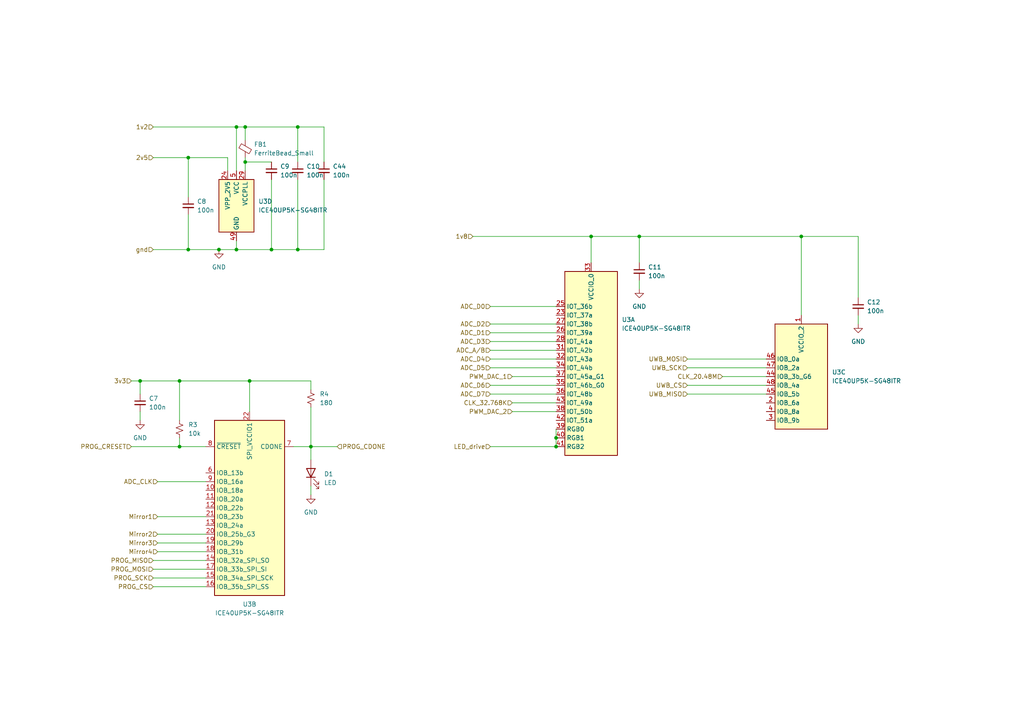
<source format=kicad_sch>
(kicad_sch (version 20211123) (generator eeschema)

  (uuid 3a30c018-16d0-4b49-95f0-a7243fef0299)

  (paper "A4")

  (lib_symbols
    (symbol "Device:C_Small" (pin_numbers hide) (pin_names (offset 0.254) hide) (in_bom yes) (on_board yes)
      (property "Reference" "C" (id 0) (at 0.254 1.778 0)
        (effects (font (size 1.27 1.27)) (justify left))
      )
      (property "Value" "C_Small" (id 1) (at 0.254 -2.032 0)
        (effects (font (size 1.27 1.27)) (justify left))
      )
      (property "Footprint" "" (id 2) (at 0 0 0)
        (effects (font (size 1.27 1.27)) hide)
      )
      (property "Datasheet" "~" (id 3) (at 0 0 0)
        (effects (font (size 1.27 1.27)) hide)
      )
      (property "ki_keywords" "capacitor cap" (id 4) (at 0 0 0)
        (effects (font (size 1.27 1.27)) hide)
      )
      (property "ki_description" "Unpolarized capacitor, small symbol" (id 5) (at 0 0 0)
        (effects (font (size 1.27 1.27)) hide)
      )
      (property "ki_fp_filters" "C_*" (id 6) (at 0 0 0)
        (effects (font (size 1.27 1.27)) hide)
      )
      (symbol "C_Small_0_1"
        (polyline
          (pts
            (xy -1.524 -0.508)
            (xy 1.524 -0.508)
          )
          (stroke (width 0.3302) (type default) (color 0 0 0 0))
          (fill (type none))
        )
        (polyline
          (pts
            (xy -1.524 0.508)
            (xy 1.524 0.508)
          )
          (stroke (width 0.3048) (type default) (color 0 0 0 0))
          (fill (type none))
        )
      )
      (symbol "C_Small_1_1"
        (pin passive line (at 0 2.54 270) (length 2.032)
          (name "~" (effects (font (size 1.27 1.27))))
          (number "1" (effects (font (size 1.27 1.27))))
        )
        (pin passive line (at 0 -2.54 90) (length 2.032)
          (name "~" (effects (font (size 1.27 1.27))))
          (number "2" (effects (font (size 1.27 1.27))))
        )
      )
    )
    (symbol "Device:FerriteBead_Small" (pin_numbers hide) (pin_names (offset 0)) (in_bom yes) (on_board yes)
      (property "Reference" "FB" (id 0) (at 1.905 1.27 0)
        (effects (font (size 1.27 1.27)) (justify left))
      )
      (property "Value" "FerriteBead_Small" (id 1) (at 1.905 -1.27 0)
        (effects (font (size 1.27 1.27)) (justify left))
      )
      (property "Footprint" "" (id 2) (at -1.778 0 90)
        (effects (font (size 1.27 1.27)) hide)
      )
      (property "Datasheet" "~" (id 3) (at 0 0 0)
        (effects (font (size 1.27 1.27)) hide)
      )
      (property "ki_keywords" "L ferrite bead inductor filter" (id 4) (at 0 0 0)
        (effects (font (size 1.27 1.27)) hide)
      )
      (property "ki_description" "Ferrite bead, small symbol" (id 5) (at 0 0 0)
        (effects (font (size 1.27 1.27)) hide)
      )
      (property "ki_fp_filters" "Inductor_* L_* *Ferrite*" (id 6) (at 0 0 0)
        (effects (font (size 1.27 1.27)) hide)
      )
      (symbol "FerriteBead_Small_0_1"
        (polyline
          (pts
            (xy 0 -1.27)
            (xy 0 -0.7874)
          )
          (stroke (width 0) (type default) (color 0 0 0 0))
          (fill (type none))
        )
        (polyline
          (pts
            (xy 0 0.889)
            (xy 0 1.2954)
          )
          (stroke (width 0) (type default) (color 0 0 0 0))
          (fill (type none))
        )
        (polyline
          (pts
            (xy -1.8288 0.2794)
            (xy -1.1176 1.4986)
            (xy 1.8288 -0.2032)
            (xy 1.1176 -1.4224)
            (xy -1.8288 0.2794)
          )
          (stroke (width 0) (type default) (color 0 0 0 0))
          (fill (type none))
        )
      )
      (symbol "FerriteBead_Small_1_1"
        (pin passive line (at 0 2.54 270) (length 1.27)
          (name "~" (effects (font (size 1.27 1.27))))
          (number "1" (effects (font (size 1.27 1.27))))
        )
        (pin passive line (at 0 -2.54 90) (length 1.27)
          (name "~" (effects (font (size 1.27 1.27))))
          (number "2" (effects (font (size 1.27 1.27))))
        )
      )
    )
    (symbol "Device:LED" (pin_numbers hide) (pin_names (offset 1.016) hide) (in_bom yes) (on_board yes)
      (property "Reference" "D" (id 0) (at 0 2.54 0)
        (effects (font (size 1.27 1.27)))
      )
      (property "Value" "LED" (id 1) (at 0 -2.54 0)
        (effects (font (size 1.27 1.27)))
      )
      (property "Footprint" "" (id 2) (at 0 0 0)
        (effects (font (size 1.27 1.27)) hide)
      )
      (property "Datasheet" "~" (id 3) (at 0 0 0)
        (effects (font (size 1.27 1.27)) hide)
      )
      (property "ki_keywords" "LED diode" (id 4) (at 0 0 0)
        (effects (font (size 1.27 1.27)) hide)
      )
      (property "ki_description" "Light emitting diode" (id 5) (at 0 0 0)
        (effects (font (size 1.27 1.27)) hide)
      )
      (property "ki_fp_filters" "LED* LED_SMD:* LED_THT:*" (id 6) (at 0 0 0)
        (effects (font (size 1.27 1.27)) hide)
      )
      (symbol "LED_0_1"
        (polyline
          (pts
            (xy -1.27 -1.27)
            (xy -1.27 1.27)
          )
          (stroke (width 0.254) (type default) (color 0 0 0 0))
          (fill (type none))
        )
        (polyline
          (pts
            (xy -1.27 0)
            (xy 1.27 0)
          )
          (stroke (width 0) (type default) (color 0 0 0 0))
          (fill (type none))
        )
        (polyline
          (pts
            (xy 1.27 -1.27)
            (xy 1.27 1.27)
            (xy -1.27 0)
            (xy 1.27 -1.27)
          )
          (stroke (width 0.254) (type default) (color 0 0 0 0))
          (fill (type none))
        )
        (polyline
          (pts
            (xy -3.048 -0.762)
            (xy -4.572 -2.286)
            (xy -3.81 -2.286)
            (xy -4.572 -2.286)
            (xy -4.572 -1.524)
          )
          (stroke (width 0) (type default) (color 0 0 0 0))
          (fill (type none))
        )
        (polyline
          (pts
            (xy -1.778 -0.762)
            (xy -3.302 -2.286)
            (xy -2.54 -2.286)
            (xy -3.302 -2.286)
            (xy -3.302 -1.524)
          )
          (stroke (width 0) (type default) (color 0 0 0 0))
          (fill (type none))
        )
      )
      (symbol "LED_1_1"
        (pin passive line (at -3.81 0 0) (length 2.54)
          (name "K" (effects (font (size 1.27 1.27))))
          (number "1" (effects (font (size 1.27 1.27))))
        )
        (pin passive line (at 3.81 0 180) (length 2.54)
          (name "A" (effects (font (size 1.27 1.27))))
          (number "2" (effects (font (size 1.27 1.27))))
        )
      )
    )
    (symbol "Device:R_Small_US" (pin_numbers hide) (pin_names (offset 0.254) hide) (in_bom yes) (on_board yes)
      (property "Reference" "R" (id 0) (at 0.762 0.508 0)
        (effects (font (size 1.27 1.27)) (justify left))
      )
      (property "Value" "R_Small_US" (id 1) (at 0.762 -1.016 0)
        (effects (font (size 1.27 1.27)) (justify left))
      )
      (property "Footprint" "" (id 2) (at 0 0 0)
        (effects (font (size 1.27 1.27)) hide)
      )
      (property "Datasheet" "~" (id 3) (at 0 0 0)
        (effects (font (size 1.27 1.27)) hide)
      )
      (property "ki_keywords" "r resistor" (id 4) (at 0 0 0)
        (effects (font (size 1.27 1.27)) hide)
      )
      (property "ki_description" "Resistor, small US symbol" (id 5) (at 0 0 0)
        (effects (font (size 1.27 1.27)) hide)
      )
      (property "ki_fp_filters" "R_*" (id 6) (at 0 0 0)
        (effects (font (size 1.27 1.27)) hide)
      )
      (symbol "R_Small_US_1_1"
        (polyline
          (pts
            (xy 0 0)
            (xy 1.016 -0.381)
            (xy 0 -0.762)
            (xy -1.016 -1.143)
            (xy 0 -1.524)
          )
          (stroke (width 0) (type default) (color 0 0 0 0))
          (fill (type none))
        )
        (polyline
          (pts
            (xy 0 1.524)
            (xy 1.016 1.143)
            (xy 0 0.762)
            (xy -1.016 0.381)
            (xy 0 0)
          )
          (stroke (width 0) (type default) (color 0 0 0 0))
          (fill (type none))
        )
        (pin passive line (at 0 2.54 270) (length 1.016)
          (name "~" (effects (font (size 1.27 1.27))))
          (number "1" (effects (font (size 1.27 1.27))))
        )
        (pin passive line (at 0 -2.54 90) (length 1.016)
          (name "~" (effects (font (size 1.27 1.27))))
          (number "2" (effects (font (size 1.27 1.27))))
        )
      )
    )
    (symbol "FPGA_Lattice:ICE40UP5K-SG48ITR" (in_bom yes) (on_board yes)
      (property "Reference" "U" (id 0) (at -8.89 -29.21 0)
        (effects (font (size 1.27 1.27)))
      )
      (property "Value" "ICE40UP5K-SG48ITR" (id 1) (at 0 -31.75 0)
        (effects (font (size 1.27 1.27)))
      )
      (property "Footprint" "Package_DFN_QFN:QFN-48-1EP_7x7mm_P0.5mm_EP5.6x5.6mm" (id 2) (at 0 -34.29 0)
        (effects (font (size 1.27 1.27)) hide)
      )
      (property "Datasheet" "http://www.latticesemi.com/Products/FPGAandCPLD/iCE40Ultra" (id 3) (at -10.16 25.4 0)
        (effects (font (size 1.27 1.27)) hide)
      )
      (property "ki_locked" "" (id 4) (at 0 0 0)
        (effects (font (size 1.27 1.27)))
      )
      (property "ki_keywords" "FPGA programmable logic" (id 5) (at 0 0 0)
        (effects (font (size 1.27 1.27)) hide)
      )
      (property "ki_description" "iCE40 UltraPlus FPGA, 5280 LUTs, 1.2V, 48-pin QFN" (id 6) (at 0 0 0)
        (effects (font (size 1.27 1.27)) hide)
      )
      (property "ki_fp_filters" "QFN*7x7mm*P0.5mm*EP5.6x5.6mm*" (id 7) (at 0 0 0)
        (effects (font (size 1.27 1.27)) hide)
      )
      (symbol "ICE40UP5K-SG48ITR_1_1"
        (rectangle (start -7.62 25.4) (end 7.62 -27.94)
          (stroke (width 0.254) (type default) (color 0 0 0 0))
          (fill (type background))
        )
        (pin bidirectional line (at -10.16 12.7 0) (length 2.54)
          (name "IOT_37a" (effects (font (size 1.27 1.27))))
          (number "23" (effects (font (size 1.27 1.27))))
        )
        (pin bidirectional line (at -10.16 15.24 0) (length 2.54)
          (name "IOT_36b" (effects (font (size 1.27 1.27))))
          (number "25" (effects (font (size 1.27 1.27))))
        )
        (pin bidirectional line (at -10.16 7.62 0) (length 2.54)
          (name "IOT_39a" (effects (font (size 1.27 1.27))))
          (number "26" (effects (font (size 1.27 1.27))))
        )
        (pin bidirectional line (at -10.16 10.16 0) (length 2.54)
          (name "IOT_38b" (effects (font (size 1.27 1.27))))
          (number "27" (effects (font (size 1.27 1.27))))
        )
        (pin bidirectional line (at -10.16 5.08 0) (length 2.54)
          (name "IOT_41a" (effects (font (size 1.27 1.27))))
          (number "28" (effects (font (size 1.27 1.27))))
        )
        (pin bidirectional line (at -10.16 2.54 0) (length 2.54)
          (name "IOT_42b" (effects (font (size 1.27 1.27))))
          (number "31" (effects (font (size 1.27 1.27))))
        )
        (pin bidirectional line (at -10.16 0 0) (length 2.54)
          (name "IOT_43a" (effects (font (size 1.27 1.27))))
          (number "32" (effects (font (size 1.27 1.27))))
        )
        (pin power_in line (at 0 27.94 270) (length 2.54)
          (name "VCCIO_0" (effects (font (size 1.27 1.27))))
          (number "33" (effects (font (size 1.27 1.27))))
        )
        (pin bidirectional line (at -10.16 -2.54 0) (length 2.54)
          (name "IOT_44b" (effects (font (size 1.27 1.27))))
          (number "34" (effects (font (size 1.27 1.27))))
        )
        (pin bidirectional line (at -10.16 -7.62 0) (length 2.54)
          (name "IOT_46b_G0" (effects (font (size 1.27 1.27))))
          (number "35" (effects (font (size 1.27 1.27))))
        )
        (pin bidirectional line (at -10.16 -10.16 0) (length 2.54)
          (name "IOT_48b" (effects (font (size 1.27 1.27))))
          (number "36" (effects (font (size 1.27 1.27))))
        )
        (pin bidirectional line (at -10.16 -5.08 0) (length 2.54)
          (name "IOT_45a_G1" (effects (font (size 1.27 1.27))))
          (number "37" (effects (font (size 1.27 1.27))))
        )
        (pin bidirectional line (at -10.16 -15.24 0) (length 2.54)
          (name "IOT_50b" (effects (font (size 1.27 1.27))))
          (number "38" (effects (font (size 1.27 1.27))))
        )
        (pin open_collector line (at -10.16 -20.32 0) (length 2.54)
          (name "RGB0" (effects (font (size 1.27 1.27))))
          (number "39" (effects (font (size 1.27 1.27))))
        )
        (pin open_collector line (at -10.16 -22.86 0) (length 2.54)
          (name "RGB1" (effects (font (size 1.27 1.27))))
          (number "40" (effects (font (size 1.27 1.27))))
        )
        (pin open_collector line (at -10.16 -25.4 0) (length 2.54)
          (name "RGB2" (effects (font (size 1.27 1.27))))
          (number "41" (effects (font (size 1.27 1.27))))
        )
        (pin bidirectional line (at -10.16 -17.78 0) (length 2.54)
          (name "IOT_51a" (effects (font (size 1.27 1.27))))
          (number "42" (effects (font (size 1.27 1.27))))
        )
        (pin bidirectional line (at -10.16 -12.7 0) (length 2.54)
          (name "IOT_49a" (effects (font (size 1.27 1.27))))
          (number "43" (effects (font (size 1.27 1.27))))
        )
      )
      (symbol "ICE40UP5K-SG48ITR_2_1"
        (rectangle (start -10.16 25.4) (end 10.16 -25.4)
          (stroke (width 0.254) (type default) (color 0 0 0 0))
          (fill (type background))
        )
        (pin bidirectional line (at -12.7 5.08 0) (length 2.54)
          (name "IOB_18a" (effects (font (size 1.27 1.27))))
          (number "10" (effects (font (size 1.27 1.27))))
        )
        (pin bidirectional line (at -12.7 2.54 0) (length 2.54)
          (name "IOB_20a" (effects (font (size 1.27 1.27))))
          (number "11" (effects (font (size 1.27 1.27))))
        )
        (pin bidirectional line (at -12.7 0 0) (length 2.54)
          (name "IOB_22b" (effects (font (size 1.27 1.27))))
          (number "12" (effects (font (size 1.27 1.27))))
        )
        (pin bidirectional line (at -12.7 -5.08 0) (length 2.54)
          (name "IOB_24a" (effects (font (size 1.27 1.27))))
          (number "13" (effects (font (size 1.27 1.27))))
        )
        (pin bidirectional line (at -12.7 -15.24 0) (length 2.54)
          (name "IOB_32a_SPI_SO" (effects (font (size 1.27 1.27))))
          (number "14" (effects (font (size 1.27 1.27))))
        )
        (pin bidirectional line (at -12.7 -20.32 0) (length 2.54)
          (name "IOB_34a_SPI_SCK" (effects (font (size 1.27 1.27))))
          (number "15" (effects (font (size 1.27 1.27))))
        )
        (pin bidirectional line (at -12.7 -22.86 0) (length 2.54)
          (name "IOB_35b_SPI_SS" (effects (font (size 1.27 1.27))))
          (number "16" (effects (font (size 1.27 1.27))))
        )
        (pin bidirectional line (at -12.7 -17.78 0) (length 2.54)
          (name "IOB_33b_SPI_SI" (effects (font (size 1.27 1.27))))
          (number "17" (effects (font (size 1.27 1.27))))
        )
        (pin bidirectional line (at -12.7 -12.7 0) (length 2.54)
          (name "IOB_31b" (effects (font (size 1.27 1.27))))
          (number "18" (effects (font (size 1.27 1.27))))
        )
        (pin bidirectional line (at -12.7 -10.16 0) (length 2.54)
          (name "IOB_29b" (effects (font (size 1.27 1.27))))
          (number "19" (effects (font (size 1.27 1.27))))
        )
        (pin bidirectional line (at -12.7 -7.62 0) (length 2.54)
          (name "IOB_25b_G3" (effects (font (size 1.27 1.27))))
          (number "20" (effects (font (size 1.27 1.27))))
        )
        (pin bidirectional line (at -12.7 -2.54 0) (length 2.54)
          (name "IOB_23b" (effects (font (size 1.27 1.27))))
          (number "21" (effects (font (size 1.27 1.27))))
        )
        (pin power_in line (at 0 27.94 270) (length 2.54)
          (name "SPI_VCCIO1" (effects (font (size 1.27 1.27))))
          (number "22" (effects (font (size 1.27 1.27))))
        )
        (pin bidirectional line (at -12.7 10.16 0) (length 2.54)
          (name "IOB_13b" (effects (font (size 1.27 1.27))))
          (number "6" (effects (font (size 1.27 1.27))))
        )
        (pin open_collector line (at 12.7 17.78 180) (length 2.54)
          (name "CDONE" (effects (font (size 1.27 1.27))))
          (number "7" (effects (font (size 1.27 1.27))))
        )
        (pin input line (at -12.7 17.78 0) (length 2.54)
          (name "~{CRESET}" (effects (font (size 1.27 1.27))))
          (number "8" (effects (font (size 1.27 1.27))))
        )
        (pin bidirectional line (at -12.7 7.62 0) (length 2.54)
          (name "IOB_16a" (effects (font (size 1.27 1.27))))
          (number "9" (effects (font (size 1.27 1.27))))
        )
      )
      (symbol "ICE40UP5K-SG48ITR_3_1"
        (rectangle (start -7.62 15.24) (end 7.62 -15.24)
          (stroke (width 0.254) (type default) (color 0 0 0 0))
          (fill (type background))
        )
        (pin power_in line (at 0 17.78 270) (length 2.54)
          (name "VCCIO_2" (effects (font (size 1.27 1.27))))
          (number "1" (effects (font (size 1.27 1.27))))
        )
        (pin bidirectional line (at -10.16 -7.62 0) (length 2.54)
          (name "IOB_6a" (effects (font (size 1.27 1.27))))
          (number "2" (effects (font (size 1.27 1.27))))
        )
        (pin bidirectional line (at -10.16 -12.7 0) (length 2.54)
          (name "IOB_9b" (effects (font (size 1.27 1.27))))
          (number "3" (effects (font (size 1.27 1.27))))
        )
        (pin bidirectional line (at -10.16 -10.16 0) (length 2.54)
          (name "IOB_8a" (effects (font (size 1.27 1.27))))
          (number "4" (effects (font (size 1.27 1.27))))
        )
        (pin bidirectional line (at -10.16 0 0) (length 2.54)
          (name "IOB_3b_G6" (effects (font (size 1.27 1.27))))
          (number "44" (effects (font (size 1.27 1.27))))
        )
        (pin bidirectional line (at -10.16 -5.08 0) (length 2.54)
          (name "IOB_5b" (effects (font (size 1.27 1.27))))
          (number "45" (effects (font (size 1.27 1.27))))
        )
        (pin bidirectional line (at -10.16 5.08 0) (length 2.54)
          (name "IOB_0a" (effects (font (size 1.27 1.27))))
          (number "46" (effects (font (size 1.27 1.27))))
        )
        (pin bidirectional line (at -10.16 2.54 0) (length 2.54)
          (name "IOB_2a" (effects (font (size 1.27 1.27))))
          (number "47" (effects (font (size 1.27 1.27))))
        )
        (pin bidirectional line (at -10.16 -2.54 0) (length 2.54)
          (name "IOB_4a" (effects (font (size 1.27 1.27))))
          (number "48" (effects (font (size 1.27 1.27))))
        )
      )
      (symbol "ICE40UP5K-SG48ITR_4_1"
        (rectangle (start -5.08 7.62) (end 5.08 -7.62)
          (stroke (width 0.254) (type default) (color 0 0 0 0))
          (fill (type background))
        )
        (pin power_in line (at -2.54 10.16 270) (length 2.54)
          (name "VPP_2V5" (effects (font (size 1.27 1.27))))
          (number "24" (effects (font (size 1.27 1.27))))
        )
        (pin power_out line (at 2.54 10.16 270) (length 2.54)
          (name "VCCPLL" (effects (font (size 1.27 1.27))))
          (number "29" (effects (font (size 1.27 1.27))))
        )
        (pin passive line (at 0 10.16 270) (length 2.54) hide
          (name "VCC" (effects (font (size 1.27 1.27))))
          (number "30" (effects (font (size 1.27 1.27))))
        )
        (pin power_in line (at 0 -10.16 90) (length 2.54)
          (name "GND" (effects (font (size 1.27 1.27))))
          (number "49" (effects (font (size 1.27 1.27))))
        )
        (pin power_in line (at 0 10.16 270) (length 2.54)
          (name "VCC" (effects (font (size 1.27 1.27))))
          (number "5" (effects (font (size 1.27 1.27))))
        )
      )
    )
    (symbol "power:GND" (power) (pin_names (offset 0)) (in_bom yes) (on_board yes)
      (property "Reference" "#PWR" (id 0) (at 0 -6.35 0)
        (effects (font (size 1.27 1.27)) hide)
      )
      (property "Value" "GND" (id 1) (at 0 -3.81 0)
        (effects (font (size 1.27 1.27)))
      )
      (property "Footprint" "" (id 2) (at 0 0 0)
        (effects (font (size 1.27 1.27)) hide)
      )
      (property "Datasheet" "" (id 3) (at 0 0 0)
        (effects (font (size 1.27 1.27)) hide)
      )
      (property "ki_keywords" "power-flag" (id 4) (at 0 0 0)
        (effects (font (size 1.27 1.27)) hide)
      )
      (property "ki_description" "Power symbol creates a global label with name \"GND\" , ground" (id 5) (at 0 0 0)
        (effects (font (size 1.27 1.27)) hide)
      )
      (symbol "GND_0_1"
        (polyline
          (pts
            (xy 0 0)
            (xy 0 -1.27)
            (xy 1.27 -1.27)
            (xy 0 -2.54)
            (xy -1.27 -1.27)
            (xy 0 -1.27)
          )
          (stroke (width 0) (type default) (color 0 0 0 0))
          (fill (type none))
        )
      )
      (symbol "GND_1_1"
        (pin power_in line (at 0 0 270) (length 0) hide
          (name "GND" (effects (font (size 1.27 1.27))))
          (number "1" (effects (font (size 1.27 1.27))))
        )
      )
    )
  )

  (junction (at 86.36 36.83) (diameter 0) (color 0 0 0 0)
    (uuid 0ed2725b-278b-40a1-90f2-cdfb1ed51ebe)
  )
  (junction (at 68.58 72.39) (diameter 0) (color 0 0 0 0)
    (uuid 345fa7fa-5734-400b-bf95-4810656a382e)
  )
  (junction (at 161.29 129.54) (diameter 0) (color 0 0 0 0)
    (uuid 3b7a9197-e300-472c-9feb-b422dda99659)
  )
  (junction (at 40.64 110.49) (diameter 0) (color 0 0 0 0)
    (uuid 42d623cd-d11a-42f9-b022-b1baeb94671f)
  )
  (junction (at 185.42 68.58) (diameter 0) (color 0 0 0 0)
    (uuid 46d47057-739f-40af-8bd6-66732b3e254b)
  )
  (junction (at 54.61 45.72) (diameter 0) (color 0 0 0 0)
    (uuid 4b119116-b0cd-42e9-bd1b-7f71f9026dc1)
  )
  (junction (at 232.41 68.58) (diameter 0) (color 0 0 0 0)
    (uuid 6917b4ae-3e84-4f5a-83ca-d36614941474)
  )
  (junction (at 90.17 129.54) (diameter 0) (color 0 0 0 0)
    (uuid 6f45cfcd-af3f-4771-a924-04ea70626868)
  )
  (junction (at 78.74 72.39) (diameter 0) (color 0 0 0 0)
    (uuid 73277fbb-1b08-4d33-9c5b-5325484342f3)
  )
  (junction (at 68.58 36.83) (diameter 0) (color 0 0 0 0)
    (uuid 82aabae5-e10a-448a-be77-743c258d18e5)
  )
  (junction (at 52.07 110.49) (diameter 0) (color 0 0 0 0)
    (uuid 8b63a6fc-a150-43f8-a3b5-8395952ffef0)
  )
  (junction (at 72.39 110.49) (diameter 0) (color 0 0 0 0)
    (uuid 9b7e3613-65ed-4d73-ae34-e275e1e1a759)
  )
  (junction (at 161.29 127) (diameter 0) (color 0 0 0 0)
    (uuid b209dd6d-951c-4bb1-9cab-6c77e9fd56bb)
  )
  (junction (at 71.12 36.83) (diameter 0) (color 0 0 0 0)
    (uuid b41659d3-b84a-436f-a471-82eb3cc5cb1e)
  )
  (junction (at 52.07 129.54) (diameter 0) (color 0 0 0 0)
    (uuid b62c4095-f1c0-47c0-a2a2-cdabd2346de9)
  )
  (junction (at 63.5 72.39) (diameter 0) (color 0 0 0 0)
    (uuid c33defb4-b44a-4b8a-9ffa-0789dd3729de)
  )
  (junction (at 71.12 46.99) (diameter 0) (color 0 0 0 0)
    (uuid ce361e95-7ff3-40d8-839f-876c21d5b4eb)
  )
  (junction (at 171.45 68.58) (diameter 0) (color 0 0 0 0)
    (uuid e9694749-b2f8-458b-a035-757212fc9ccb)
  )
  (junction (at 54.61 72.39) (diameter 0) (color 0 0 0 0)
    (uuid ec330a1a-b2cf-4ab4-a920-c8a278b5ac10)
  )
  (junction (at 86.36 72.39) (diameter 0) (color 0 0 0 0)
    (uuid f2850c07-d53c-4d30-bfd9-17da92f5a37c)
  )

  (wire (pts (xy 45.72 149.86) (xy 59.69 149.86))
    (stroke (width 0) (type default) (color 0 0 0 0))
    (uuid 007751dd-884e-43dc-bbc4-664083b902b0)
  )
  (wire (pts (xy 52.07 129.54) (xy 52.07 127))
    (stroke (width 0) (type default) (color 0 0 0 0))
    (uuid 0839ce8d-bc94-4a18-9387-0ce4b277e1aa)
  )
  (wire (pts (xy 142.24 104.14) (xy 161.29 104.14))
    (stroke (width 0) (type default) (color 0 0 0 0))
    (uuid 10644275-a5cd-4f0a-829f-8e5fd7277ee7)
  )
  (wire (pts (xy 185.42 68.58) (xy 171.45 68.58))
    (stroke (width 0) (type default) (color 0 0 0 0))
    (uuid 1138eb3a-7307-4d7f-bff3-dc044625f2db)
  )
  (wire (pts (xy 142.24 111.76) (xy 161.29 111.76))
    (stroke (width 0) (type default) (color 0 0 0 0))
    (uuid 13173f3b-3e2a-47c8-991c-e30d60da5f0f)
  )
  (wire (pts (xy 44.45 170.18) (xy 59.69 170.18))
    (stroke (width 0) (type default) (color 0 0 0 0))
    (uuid 1407bcdb-092b-40e2-b543-e87309754b16)
  )
  (wire (pts (xy 38.1 129.54) (xy 52.07 129.54))
    (stroke (width 0) (type default) (color 0 0 0 0))
    (uuid 17a1090e-1ea0-4ddd-9da2-e68411fa1c2d)
  )
  (wire (pts (xy 137.16 68.58) (xy 171.45 68.58))
    (stroke (width 0) (type default) (color 0 0 0 0))
    (uuid 1df14d1b-ee1d-4144-8cbe-197035ecce35)
  )
  (wire (pts (xy 161.29 124.46) (xy 161.29 127))
    (stroke (width 0) (type default) (color 0 0 0 0))
    (uuid 25445406-8fc3-4a9c-bae7-5cf365e05c14)
  )
  (wire (pts (xy 72.39 110.49) (xy 72.39 119.38))
    (stroke (width 0) (type default) (color 0 0 0 0))
    (uuid 257238a5-176e-4d1c-a636-2d9de783e6d5)
  )
  (wire (pts (xy 63.5 72.39) (xy 68.58 72.39))
    (stroke (width 0) (type default) (color 0 0 0 0))
    (uuid 2682e4e1-bd5f-461a-9fd0-c0cb421907ef)
  )
  (wire (pts (xy 199.39 106.68) (xy 222.25 106.68))
    (stroke (width 0) (type default) (color 0 0 0 0))
    (uuid 29facdd0-cb19-4b67-9fad-bee4a0639409)
  )
  (wire (pts (xy 59.69 129.54) (xy 52.07 129.54))
    (stroke (width 0) (type default) (color 0 0 0 0))
    (uuid 2a21fb11-bf9f-4892-8443-9e0ba5dd08ff)
  )
  (wire (pts (xy 38.1 110.49) (xy 40.64 110.49))
    (stroke (width 0) (type default) (color 0 0 0 0))
    (uuid 2c1b22e6-07d6-40b5-ba5a-538b240bceca)
  )
  (wire (pts (xy 68.58 69.85) (xy 68.58 72.39))
    (stroke (width 0) (type default) (color 0 0 0 0))
    (uuid 3095b0f9-78d5-4a07-b71c-f48a9c58e7ec)
  )
  (wire (pts (xy 185.42 81.28) (xy 185.42 83.82))
    (stroke (width 0) (type default) (color 0 0 0 0))
    (uuid 32fd25cc-582c-49b1-a8f6-e340ba68f85e)
  )
  (wire (pts (xy 71.12 36.83) (xy 71.12 40.64))
    (stroke (width 0) (type default) (color 0 0 0 0))
    (uuid 343a1989-0394-4c67-8fd4-4e3e4de180b9)
  )
  (wire (pts (xy 78.74 52.07) (xy 78.74 72.39))
    (stroke (width 0) (type default) (color 0 0 0 0))
    (uuid 347abbc1-854a-40f3-be93-e7f380c88c8b)
  )
  (wire (pts (xy 52.07 110.49) (xy 52.07 121.92))
    (stroke (width 0) (type default) (color 0 0 0 0))
    (uuid 35268393-9390-4c1c-b1dc-79c0d74fe10f)
  )
  (wire (pts (xy 199.39 114.3) (xy 222.25 114.3))
    (stroke (width 0) (type default) (color 0 0 0 0))
    (uuid 36e3a3ff-9199-4cfa-8744-27c0aaf65564)
  )
  (wire (pts (xy 93.98 72.39) (xy 86.36 72.39))
    (stroke (width 0) (type default) (color 0 0 0 0))
    (uuid 3816a8ab-64c6-4bdf-b492-0c0b08b3c4f1)
  )
  (wire (pts (xy 161.29 127) (xy 161.29 129.54))
    (stroke (width 0) (type default) (color 0 0 0 0))
    (uuid 38749f26-161a-4059-9e16-7dbe2448ba8a)
  )
  (wire (pts (xy 40.64 110.49) (xy 52.07 110.49))
    (stroke (width 0) (type default) (color 0 0 0 0))
    (uuid 3926021e-d53e-496f-a2c2-0bc30bc1ccf2)
  )
  (wire (pts (xy 142.24 101.6) (xy 161.29 101.6))
    (stroke (width 0) (type default) (color 0 0 0 0))
    (uuid 3a8ed584-39ab-43d4-9431-1bd47f9b0f42)
  )
  (wire (pts (xy 248.92 68.58) (xy 248.92 86.36))
    (stroke (width 0) (type default) (color 0 0 0 0))
    (uuid 3b76aab5-432c-436b-9e86-22fe8dde25df)
  )
  (wire (pts (xy 90.17 140.97) (xy 90.17 143.51))
    (stroke (width 0) (type default) (color 0 0 0 0))
    (uuid 48d32fc5-7633-42c4-bb73-feeda1ebd360)
  )
  (wire (pts (xy 44.45 36.83) (xy 68.58 36.83))
    (stroke (width 0) (type default) (color 0 0 0 0))
    (uuid 48d7f80b-1c18-4841-94a4-f3cb83101392)
  )
  (wire (pts (xy 199.39 111.76) (xy 222.25 111.76))
    (stroke (width 0) (type default) (color 0 0 0 0))
    (uuid 522dc806-0594-4fc1-97fa-e703f9f8b9ed)
  )
  (wire (pts (xy 68.58 72.39) (xy 78.74 72.39))
    (stroke (width 0) (type default) (color 0 0 0 0))
    (uuid 556eaa74-9381-481c-92e8-5831de22ee29)
  )
  (wire (pts (xy 45.72 154.94) (xy 59.69 154.94))
    (stroke (width 0) (type default) (color 0 0 0 0))
    (uuid 56afd18c-3d87-4721-a25e-e4fcfe709af2)
  )
  (wire (pts (xy 90.17 110.49) (xy 90.17 113.03))
    (stroke (width 0) (type default) (color 0 0 0 0))
    (uuid 5c5732df-af75-497f-9809-9c471d5ab028)
  )
  (wire (pts (xy 54.61 45.72) (xy 54.61 57.15))
    (stroke (width 0) (type default) (color 0 0 0 0))
    (uuid 5e40fa9f-18c9-4aed-a7bd-a51611e3f6c2)
  )
  (wire (pts (xy 68.58 49.53) (xy 68.58 36.83))
    (stroke (width 0) (type default) (color 0 0 0 0))
    (uuid 5ee95bda-c247-42e3-b6d0-52dba760b49b)
  )
  (wire (pts (xy 71.12 46.99) (xy 71.12 49.53))
    (stroke (width 0) (type default) (color 0 0 0 0))
    (uuid 5fe0997a-7404-4d25-aec7-77b2effa05d1)
  )
  (wire (pts (xy 40.64 119.38) (xy 40.64 121.92))
    (stroke (width 0) (type default) (color 0 0 0 0))
    (uuid 63046ab8-3e15-42ee-9e14-1e2dbf1cdc42)
  )
  (wire (pts (xy 44.45 165.1) (xy 59.69 165.1))
    (stroke (width 0) (type default) (color 0 0 0 0))
    (uuid 64fbefce-a964-4fb3-859a-3fdb8eab745c)
  )
  (wire (pts (xy 90.17 129.54) (xy 97.79 129.54))
    (stroke (width 0) (type default) (color 0 0 0 0))
    (uuid 679a7ddc-c64a-4497-bb53-26edce0ea1fa)
  )
  (wire (pts (xy 142.24 96.52) (xy 161.29 96.52))
    (stroke (width 0) (type default) (color 0 0 0 0))
    (uuid 6857801e-33f5-4995-a8d9-8ae149f6e831)
  )
  (wire (pts (xy 54.61 62.23) (xy 54.61 72.39))
    (stroke (width 0) (type default) (color 0 0 0 0))
    (uuid 6bc1cdd1-66d3-4fec-af16-fd0bc6a851d9)
  )
  (wire (pts (xy 142.24 129.54) (xy 161.29 129.54))
    (stroke (width 0) (type default) (color 0 0 0 0))
    (uuid 6e12ca44-0b2c-43db-9baf-94d1d1839c84)
  )
  (wire (pts (xy 44.45 45.72) (xy 54.61 45.72))
    (stroke (width 0) (type default) (color 0 0 0 0))
    (uuid 74e46bbe-2caf-4b7b-baac-da296c91294f)
  )
  (wire (pts (xy 71.12 36.83) (xy 86.36 36.83))
    (stroke (width 0) (type default) (color 0 0 0 0))
    (uuid 7c8c6b9f-4671-44b2-a589-dfedf1568d4d)
  )
  (wire (pts (xy 209.55 109.22) (xy 222.25 109.22))
    (stroke (width 0) (type default) (color 0 0 0 0))
    (uuid 7cdce3c8-37b5-47ca-bb90-e2a0e4b3bab7)
  )
  (wire (pts (xy 45.72 160.02) (xy 59.69 160.02))
    (stroke (width 0) (type default) (color 0 0 0 0))
    (uuid 7d92833c-c53f-4954-963c-11d59962efcb)
  )
  (wire (pts (xy 142.24 93.98) (xy 161.29 93.98))
    (stroke (width 0) (type default) (color 0 0 0 0))
    (uuid 7fa8a056-ce6b-467d-ba4f-e8fe61828733)
  )
  (wire (pts (xy 78.74 72.39) (xy 86.36 72.39))
    (stroke (width 0) (type default) (color 0 0 0 0))
    (uuid 82472ec5-adb6-4c61-8289-8b33b6935056)
  )
  (wire (pts (xy 142.24 106.68) (xy 161.29 106.68))
    (stroke (width 0) (type default) (color 0 0 0 0))
    (uuid 83c165ad-3112-428c-bd1c-66c96dc15a09)
  )
  (wire (pts (xy 86.36 36.83) (xy 86.36 46.99))
    (stroke (width 0) (type default) (color 0 0 0 0))
    (uuid 8c38eeb8-785d-46ec-bf75-42a45704d0a5)
  )
  (wire (pts (xy 90.17 118.11) (xy 90.17 129.54))
    (stroke (width 0) (type default) (color 0 0 0 0))
    (uuid 8cff2fce-6dd7-434c-b684-5706c94069b6)
  )
  (wire (pts (xy 93.98 52.07) (xy 93.98 72.39))
    (stroke (width 0) (type default) (color 0 0 0 0))
    (uuid 912107f3-165e-4e6f-ae68-cbe2cf8d49cd)
  )
  (wire (pts (xy 185.42 68.58) (xy 185.42 76.2))
    (stroke (width 0) (type default) (color 0 0 0 0))
    (uuid 963617ad-75e0-4cbd-96fa-6cfa7eca014e)
  )
  (wire (pts (xy 232.41 68.58) (xy 185.42 68.58))
    (stroke (width 0) (type default) (color 0 0 0 0))
    (uuid 970c64f3-bb36-4e26-9543-9b4927d75e64)
  )
  (wire (pts (xy 142.24 88.9) (xy 161.29 88.9))
    (stroke (width 0) (type default) (color 0 0 0 0))
    (uuid a5168ae5-1e06-4a63-969a-634368913585)
  )
  (wire (pts (xy 171.45 76.2) (xy 171.45 68.58))
    (stroke (width 0) (type default) (color 0 0 0 0))
    (uuid aa87a8ec-9ad4-4eac-b7df-8ebadf5deb8a)
  )
  (wire (pts (xy 248.92 91.44) (xy 248.92 93.98))
    (stroke (width 0) (type default) (color 0 0 0 0))
    (uuid acdc0814-65c5-4617-b091-8a15deeb7c30)
  )
  (wire (pts (xy 40.64 110.49) (xy 40.64 114.3))
    (stroke (width 0) (type default) (color 0 0 0 0))
    (uuid ad73347d-1d5c-42b6-ab42-3c782b289dfc)
  )
  (wire (pts (xy 142.24 114.3) (xy 161.29 114.3))
    (stroke (width 0) (type default) (color 0 0 0 0))
    (uuid aedae82a-4520-4091-a372-08dc14b42009)
  )
  (wire (pts (xy 148.59 119.38) (xy 161.29 119.38))
    (stroke (width 0) (type default) (color 0 0 0 0))
    (uuid afafe351-da37-47bb-bcff-243b0da487b5)
  )
  (wire (pts (xy 66.04 49.53) (xy 66.04 45.72))
    (stroke (width 0) (type default) (color 0 0 0 0))
    (uuid b743f14b-92cb-4fa5-800d-537d59776f96)
  )
  (wire (pts (xy 199.39 104.14) (xy 222.25 104.14))
    (stroke (width 0) (type default) (color 0 0 0 0))
    (uuid b7b7b6bc-00a4-465e-b502-bcb9d935928e)
  )
  (wire (pts (xy 54.61 72.39) (xy 63.5 72.39))
    (stroke (width 0) (type default) (color 0 0 0 0))
    (uuid bfaba1e3-7e86-4997-bebb-b889c534c326)
  )
  (wire (pts (xy 86.36 72.39) (xy 86.36 52.07))
    (stroke (width 0) (type default) (color 0 0 0 0))
    (uuid c4a62205-2988-49f5-bc6a-7613600d4793)
  )
  (wire (pts (xy 248.92 68.58) (xy 232.41 68.58))
    (stroke (width 0) (type default) (color 0 0 0 0))
    (uuid c71f66cd-f262-48ad-a590-2d96484db311)
  )
  (wire (pts (xy 54.61 45.72) (xy 66.04 45.72))
    (stroke (width 0) (type default) (color 0 0 0 0))
    (uuid c88ca759-8852-40e6-b6d9-daf583e2551e)
  )
  (wire (pts (xy 142.24 99.06) (xy 161.29 99.06))
    (stroke (width 0) (type default) (color 0 0 0 0))
    (uuid c938672c-3027-4d2a-a460-122caffee9cd)
  )
  (wire (pts (xy 93.98 46.99) (xy 93.98 36.83))
    (stroke (width 0) (type default) (color 0 0 0 0))
    (uuid c93e6ae9-69cb-4f46-829e-939be6f2a5ac)
  )
  (wire (pts (xy 72.39 110.49) (xy 90.17 110.49))
    (stroke (width 0) (type default) (color 0 0 0 0))
    (uuid cca8d0d8-d757-4136-a04c-cc47107182c4)
  )
  (wire (pts (xy 45.72 139.7) (xy 59.69 139.7))
    (stroke (width 0) (type default) (color 0 0 0 0))
    (uuid ceb3433d-233a-4dbc-bb39-b59b136f4e67)
  )
  (wire (pts (xy 44.45 162.56) (xy 59.69 162.56))
    (stroke (width 0) (type default) (color 0 0 0 0))
    (uuid d26c0188-a8c0-40f8-947a-e0efe65dd5bd)
  )
  (wire (pts (xy 52.07 110.49) (xy 72.39 110.49))
    (stroke (width 0) (type default) (color 0 0 0 0))
    (uuid d36997af-59e0-49a2-8c2d-edbe88b1282c)
  )
  (wire (pts (xy 71.12 46.99) (xy 78.74 46.99))
    (stroke (width 0) (type default) (color 0 0 0 0))
    (uuid d6471c5f-043d-4d84-a97e-52771b5e0630)
  )
  (wire (pts (xy 68.58 36.83) (xy 71.12 36.83))
    (stroke (width 0) (type default) (color 0 0 0 0))
    (uuid d7ae491a-489b-499b-a12e-4bc2e88bd7a0)
  )
  (wire (pts (xy 71.12 45.72) (xy 71.12 46.99))
    (stroke (width 0) (type default) (color 0 0 0 0))
    (uuid e115b9e1-a66d-4190-88ba-939b3cae431f)
  )
  (wire (pts (xy 85.09 129.54) (xy 90.17 129.54))
    (stroke (width 0) (type default) (color 0 0 0 0))
    (uuid e2bdcc34-a8c3-4e8f-a2ac-f5a61abfc6ba)
  )
  (wire (pts (xy 148.59 116.84) (xy 161.29 116.84))
    (stroke (width 0) (type default) (color 0 0 0 0))
    (uuid e637d3f2-edf2-4d06-8f4a-11c7ab16c38c)
  )
  (wire (pts (xy 44.45 72.39) (xy 54.61 72.39))
    (stroke (width 0) (type default) (color 0 0 0 0))
    (uuid e68543c7-4374-4560-bf9e-80062f46e69a)
  )
  (wire (pts (xy 232.41 91.44) (xy 232.41 68.58))
    (stroke (width 0) (type default) (color 0 0 0 0))
    (uuid f31292d4-cab5-443b-83ee-6eb61523d2a7)
  )
  (wire (pts (xy 44.45 167.64) (xy 59.69 167.64))
    (stroke (width 0) (type default) (color 0 0 0 0))
    (uuid f4ba32ab-ab3d-4753-a0b7-a2a898ba4b27)
  )
  (wire (pts (xy 93.98 36.83) (xy 86.36 36.83))
    (stroke (width 0) (type default) (color 0 0 0 0))
    (uuid f4d2d2d2-2cdb-4a17-b566-7309e09c8dd7)
  )
  (wire (pts (xy 148.59 109.22) (xy 161.29 109.22))
    (stroke (width 0) (type default) (color 0 0 0 0))
    (uuid f56215de-ca63-4414-b982-fca62919472d)
  )
  (wire (pts (xy 90.17 129.54) (xy 90.17 133.35))
    (stroke (width 0) (type default) (color 0 0 0 0))
    (uuid fcdea1e9-5ba4-4528-a327-e656026e9d95)
  )
  (wire (pts (xy 45.72 157.48) (xy 59.69 157.48))
    (stroke (width 0) (type default) (color 0 0 0 0))
    (uuid fdf45a1b-5233-4976-8215-e9387384166a)
  )

  (hierarchical_label "PROG_CRESET" (shape input) (at 38.1 129.54 180)
    (effects (font (size 1.27 1.27)) (justify right))
    (uuid 0d9efdde-06ea-47a2-bdf8-78af3ad3ce57)
  )
  (hierarchical_label "ADC_D7" (shape input) (at 142.24 114.3 180)
    (effects (font (size 1.27 1.27)) (justify right))
    (uuid 14970e61-a461-40cd-8f1b-1f6993770c85)
  )
  (hierarchical_label "ADC_D5" (shape input) (at 142.24 106.68 180)
    (effects (font (size 1.27 1.27)) (justify right))
    (uuid 1633337c-1447-464c-aedd-9a33d7c4b3c2)
  )
  (hierarchical_label "ADC_D3" (shape input) (at 142.24 99.06 180)
    (effects (font (size 1.27 1.27)) (justify right))
    (uuid 236ab820-0793-4e33-8900-41ec8e572a89)
  )
  (hierarchical_label "ADC_D4" (shape input) (at 142.24 104.14 180)
    (effects (font (size 1.27 1.27)) (justify right))
    (uuid 32006d9a-b0bc-45fb-94de-805fe762fdfd)
  )
  (hierarchical_label "1v2" (shape input) (at 44.45 36.83 180)
    (effects (font (size 1.27 1.27)) (justify right))
    (uuid 36b66f18-02ad-4b28-a62e-b77776975e16)
  )
  (hierarchical_label "1v8" (shape input) (at 137.16 68.58 180)
    (effects (font (size 1.27 1.27)) (justify right))
    (uuid 385c17c0-6c8c-403e-a680-6c21a817059b)
  )
  (hierarchical_label "Mirror3" (shape input) (at 45.72 157.48 180)
    (effects (font (size 1.27 1.27)) (justify right))
    (uuid 39ce38b3-8b57-4cf3-bfeb-1e3fe7b53f55)
  )
  (hierarchical_label "PWM_DAC_1" (shape input) (at 148.59 109.22 180)
    (effects (font (size 1.27 1.27)) (justify right))
    (uuid 3e09a4a3-da8e-4ec2-81a3-9b9825637a79)
  )
  (hierarchical_label "PROG_CS" (shape input) (at 44.45 170.18 180)
    (effects (font (size 1.27 1.27)) (justify right))
    (uuid 42431c3c-d404-476a-ab39-67c4ebc4b409)
  )
  (hierarchical_label "ADC_D2" (shape input) (at 142.24 93.98 180)
    (effects (font (size 1.27 1.27)) (justify right))
    (uuid 60844b4b-acad-40db-bf6f-fae8a40cd826)
  )
  (hierarchical_label "CLK_32.768K" (shape input) (at 148.59 116.84 180)
    (effects (font (size 1.27 1.27)) (justify right))
    (uuid 6a4c80db-42d4-4ff7-8848-2dbd089283b1)
  )
  (hierarchical_label "ADC_D1" (shape input) (at 142.24 96.52 180)
    (effects (font (size 1.27 1.27)) (justify right))
    (uuid 6ba54f2e-3b95-492e-ba19-31660c8b5765)
  )
  (hierarchical_label "UWB_MISO" (shape input) (at 199.39 114.3 180)
    (effects (font (size 1.27 1.27)) (justify right))
    (uuid 6bc4932c-31dc-4cf5-964f-9c26b6c1a246)
  )
  (hierarchical_label "3v3" (shape input) (at 38.1 110.49 180)
    (effects (font (size 1.27 1.27)) (justify right))
    (uuid 6f5820b5-edec-4f34-8c29-6d97fb86e53d)
  )
  (hierarchical_label "LED_drive" (shape input) (at 142.24 129.54 180)
    (effects (font (size 1.27 1.27)) (justify right))
    (uuid 7149173c-99cb-465e-a119-a375d438e489)
  )
  (hierarchical_label "UWB_SCK" (shape input) (at 199.39 106.68 180)
    (effects (font (size 1.27 1.27)) (justify right))
    (uuid 71a2a711-8753-4ac3-9e36-46109bc1417e)
  )
  (hierarchical_label "2v5" (shape input) (at 44.45 45.72 180)
    (effects (font (size 1.27 1.27)) (justify right))
    (uuid 81cccd6c-7099-4977-93e7-544e11021b8b)
  )
  (hierarchical_label "Mirror4" (shape input) (at 45.72 160.02 180)
    (effects (font (size 1.27 1.27)) (justify right))
    (uuid 8332fb42-5e61-4348-8df7-7a799f360bf2)
  )
  (hierarchical_label "PROG_MOSI" (shape input) (at 44.45 165.1 180)
    (effects (font (size 1.27 1.27)) (justify right))
    (uuid 9b8a176a-79a3-459e-8dd3-801628986fde)
  )
  (hierarchical_label "ADC_A{slash}B" (shape input) (at 142.24 101.6 180)
    (effects (font (size 1.27 1.27)) (justify right))
    (uuid b306c212-abd3-46d6-9d9f-c56eacab59bf)
  )
  (hierarchical_label "PROG_CDONE" (shape input) (at 97.79 129.54 0)
    (effects (font (size 1.27 1.27)) (justify left))
    (uuid b862642c-ed4b-4559-9556-a95cf75c164f)
  )
  (hierarchical_label "ADC_D0" (shape input) (at 142.24 88.9 180)
    (effects (font (size 1.27 1.27)) (justify right))
    (uuid baafd01a-129d-4e9a-873d-a933cbcf4a0f)
  )
  (hierarchical_label "UWB_MOSI" (shape input) (at 199.39 104.14 180)
    (effects (font (size 1.27 1.27)) (justify right))
    (uuid be2c4077-4fb2-4946-b530-df1760f74523)
  )
  (hierarchical_label "ADC_D6" (shape input) (at 142.24 111.76 180)
    (effects (font (size 1.27 1.27)) (justify right))
    (uuid c152596c-3845-4219-bdc9-7a526409cc3e)
  )
  (hierarchical_label "ADC_CLK" (shape input) (at 45.72 139.7 180)
    (effects (font (size 1.27 1.27)) (justify right))
    (uuid c22e513e-64bd-4a09-b5ed-82b9e2841065)
  )
  (hierarchical_label "gnd" (shape input) (at 44.45 72.39 180)
    (effects (font (size 1.27 1.27)) (justify right))
    (uuid c3aba3ba-1c5e-41e1-876e-e67bb7f4dffb)
  )
  (hierarchical_label "CLK_20.48M" (shape input) (at 209.55 109.22 180)
    (effects (font (size 1.27 1.27)) (justify right))
    (uuid c3d1cb8a-fb63-4bef-9033-be74909a281f)
  )
  (hierarchical_label "PWM_DAC_2" (shape input) (at 148.59 119.38 180)
    (effects (font (size 1.27 1.27)) (justify right))
    (uuid d2cc320f-98f5-4742-a575-dc67caa5aedf)
  )
  (hierarchical_label "PROG_MISO" (shape input) (at 44.45 162.56 180)
    (effects (font (size 1.27 1.27)) (justify right))
    (uuid dcd4b78d-219c-45b8-be13-9686b097509b)
  )
  (hierarchical_label "UWB_CS" (shape input) (at 199.39 111.76 180)
    (effects (font (size 1.27 1.27)) (justify right))
    (uuid dd6457ef-a110-4ffe-9d7b-0904985953e6)
  )
  (hierarchical_label "PROG_SCK" (shape input) (at 44.45 167.64 180)
    (effects (font (size 1.27 1.27)) (justify right))
    (uuid e6125ca4-8c3c-48b2-807d-2c2fe81d8bc7)
  )
  (hierarchical_label "Mirror2" (shape input) (at 45.72 154.94 180)
    (effects (font (size 1.27 1.27)) (justify right))
    (uuid ec711982-4cfa-4339-8679-f4a7e631160b)
  )
  (hierarchical_label "Mirror1" (shape input) (at 45.72 149.86 180)
    (effects (font (size 1.27 1.27)) (justify right))
    (uuid f053b9a0-3c7b-4b35-ad47-c091bd3a2930)
  )

  (symbol (lib_id "Device:C_Small") (at 54.61 59.69 0) (unit 1)
    (in_bom yes) (on_board yes) (fields_autoplaced)
    (uuid 226f9217-9c5f-476c-8ead-d27bffed7035)
    (property "Reference" "C8" (id 0) (at 57.15 58.4262 0)
      (effects (font (size 1.27 1.27)) (justify left))
    )
    (property "Value" "100n" (id 1) (at 57.15 60.9662 0)
      (effects (font (size 1.27 1.27)) (justify left))
    )
    (property "Footprint" "Capacitor_SMD:C_0603_1608Metric_Pad1.08x0.95mm_HandSolder" (id 2) (at 54.61 59.69 0)
      (effects (font (size 1.27 1.27)) hide)
    )
    (property "Datasheet" "~" (id 3) (at 54.61 59.69 0)
      (effects (font (size 1.27 1.27)) hide)
    )
    (pin "1" (uuid 7dc5117e-4fd0-4fed-9c78-df11304a0eff))
    (pin "2" (uuid c7f8cef4-db64-4b14-ba6a-2de4c4c1cf7c))
  )

  (symbol (lib_id "FPGA_Lattice:ICE40UP5K-SG48ITR") (at 68.58 59.69 0) (unit 4)
    (in_bom yes) (on_board yes) (fields_autoplaced)
    (uuid 25faec79-9dee-4bf7-958d-4a0bbe34d91c)
    (property "Reference" "U3" (id 0) (at 74.93 58.4199 0)
      (effects (font (size 1.27 1.27)) (justify left))
    )
    (property "Value" "ICE40UP5K-SG48ITR" (id 1) (at 74.93 60.9599 0)
      (effects (font (size 1.27 1.27)) (justify left))
    )
    (property "Footprint" "Package_DFN_QFN:QFN-48-1EP_7x7mm_P0.5mm_EP5.6x5.6mm" (id 2) (at 68.58 93.98 0)
      (effects (font (size 1.27 1.27)) hide)
    )
    (property "Datasheet" "http://www.latticesemi.com/Products/FPGAandCPLD/iCE40Ultra" (id 3) (at 58.42 34.29 0)
      (effects (font (size 1.27 1.27)) hide)
    )
    (pin "23" (uuid 811ecad3-93f5-43f9-af5d-4d563c073d82))
    (pin "25" (uuid 35619650-4ed2-4932-b3e4-87a5d01588e8))
    (pin "26" (uuid aab4584e-b3b5-40c9-b7f0-2cdae98a5e08))
    (pin "27" (uuid 3ff2625b-3f11-4395-ba4d-ebb3dd79077e))
    (pin "28" (uuid 81b47af2-5db2-44f8-a509-aa69b1862de8))
    (pin "31" (uuid 47500490-d014-41a8-9425-f2ea4cba1b2b))
    (pin "32" (uuid e1c0929f-f529-4a54-8b45-dc1c2d23eeb1))
    (pin "33" (uuid 95213a22-0bde-47b6-a246-ae9506bdae5f))
    (pin "34" (uuid 56223123-a71a-424d-a4b6-fa540ca2e40f))
    (pin "35" (uuid 480e8978-8d31-47b8-99c4-efe879f6d8e9))
    (pin "36" (uuid 78b9c1f9-e8b7-44f3-8f69-6931cf401344))
    (pin "37" (uuid ba3a3f1c-cd3b-44f2-bb15-45ff0f8f135b))
    (pin "38" (uuid 8fb4c614-15bb-4bef-aa7b-2a0ea1437442))
    (pin "39" (uuid f6d8869e-5402-4838-9e57-7c2794826ae1))
    (pin "40" (uuid f25be7f4-3b0b-4a6e-9576-df33bdfad0c8))
    (pin "41" (uuid 3127db8b-82dc-4432-9fe5-52ae0f138e32))
    (pin "42" (uuid f5e10107-581d-4cf0-a4ec-0d200fc8359b))
    (pin "43" (uuid e1aae143-2809-40f7-af20-1a6453390a4a))
    (pin "10" (uuid b25aa567-4d65-478d-b5f6-3024be447982))
    (pin "11" (uuid 2ab80b71-f017-4dd4-aabb-db1ccff265e0))
    (pin "12" (uuid 6da98e06-f284-4202-976e-43df40954d8d))
    (pin "13" (uuid 856acb4d-9175-4d5e-b60d-69ae31663857))
    (pin "14" (uuid 021320ac-997c-4ceb-aec7-462b8aa0650f))
    (pin "15" (uuid becfacad-1d0a-49fe-bd4b-81462d32e74e))
    (pin "16" (uuid b8eab7d3-4f81-4634-b5d2-aa8be47f5104))
    (pin "17" (uuid 3af12871-582c-4ff1-a1fb-95b41f040c7f))
    (pin "18" (uuid 9795f68c-5af5-4b3a-89ab-7fcbe06bec79))
    (pin "19" (uuid bc180eec-3a75-4dbc-8d05-093ce69b14fe))
    (pin "20" (uuid 3334a0f8-5288-449a-94a8-b37d65f842cf))
    (pin "21" (uuid f822618c-677b-4e53-892f-f12f4c49f858))
    (pin "22" (uuid e25a485b-cba4-45a6-bd9f-f0a50030a9bf))
    (pin "6" (uuid e529d12c-0753-4429-9f11-c66ba870efa0))
    (pin "7" (uuid 37fbbf87-d9cc-4b91-918c-6c095216a4e6))
    (pin "8" (uuid 7f40e6c0-f9db-4dc6-b8c9-fdd20337f028))
    (pin "9" (uuid a8efa82f-79b4-42a1-abdf-240af243adf6))
    (pin "1" (uuid 129dbfb3-87d3-4989-9b99-2f3715fc4ca9))
    (pin "2" (uuid 9aa4f564-da90-4895-8421-973aed8b3f1a))
    (pin "3" (uuid c632481f-0c06-47ec-9adf-9f64228d501c))
    (pin "4" (uuid ce736e65-66e4-4a77-a33d-4fcadf989038))
    (pin "44" (uuid 43082647-2828-4326-b179-5564b3a99ec0))
    (pin "45" (uuid db9aa770-e203-43f8-a142-9c22ebcb4243))
    (pin "46" (uuid d1b1d193-e70c-4c72-a0f3-486cef761b28))
    (pin "47" (uuid e56e432a-2abc-4e3c-94a1-0be7f9aa4cec))
    (pin "48" (uuid edc6958c-6a61-40bb-9ebf-c35eee6a3894))
    (pin "24" (uuid 4f117eaa-aeec-4318-a413-52eed46cf08e))
    (pin "29" (uuid 81bc8232-9a17-4cc4-9257-010d5f3066ce))
    (pin "30" (uuid 61e4cab7-0787-4181-a306-7b07d0f6a116))
    (pin "49" (uuid 03f7b1c0-c65a-44b6-9121-4c1bc482d0c8))
    (pin "5" (uuid d4960646-413e-4a73-b239-3afe0af64a14))
  )

  (symbol (lib_id "FPGA_Lattice:ICE40UP5K-SG48ITR") (at 171.45 104.14 0) (unit 1)
    (in_bom yes) (on_board yes)
    (uuid 3cff2df3-fd10-4400-a1b8-7621790ad0ce)
    (property "Reference" "U3" (id 0) (at 180.34 92.71 0)
      (effects (font (size 1.27 1.27)) (justify left))
    )
    (property "Value" "ICE40UP5K-SG48ITR" (id 1) (at 180.34 95.25 0)
      (effects (font (size 1.27 1.27)) (justify left))
    )
    (property "Footprint" "Package_DFN_QFN:QFN-48-1EP_7x7mm_P0.5mm_EP5.6x5.6mm" (id 2) (at 171.45 138.43 0)
      (effects (font (size 1.27 1.27)) hide)
    )
    (property "Datasheet" "http://www.latticesemi.com/Products/FPGAandCPLD/iCE40Ultra" (id 3) (at 161.29 78.74 0)
      (effects (font (size 1.27 1.27)) hide)
    )
    (pin "23" (uuid f5e9aaaf-f01e-4b5b-aa6b-5a27f6bc663b))
    (pin "25" (uuid dcd682ec-59fc-4af3-bcbd-e99e6d32421b))
    (pin "26" (uuid 936540ca-e78c-4af3-ae9c-b810a613ee0e))
    (pin "27" (uuid 5cebe828-7bbf-4d22-92fe-f5ebec6076a0))
    (pin "28" (uuid d38dcec1-c087-44d7-9368-594773253d0d))
    (pin "31" (uuid 2cae97ea-1dc5-4d51-99f7-050860c416b9))
    (pin "32" (uuid 7bc2448b-0d57-4906-9c7c-03c04475cb62))
    (pin "33" (uuid 2d8ff87c-8d2d-4e19-84f7-cc65d2f32669))
    (pin "34" (uuid edbfc70d-a2fe-4b8f-8bcc-cb511e033f60))
    (pin "35" (uuid 8a3d28ea-6f40-4692-913b-2e9541dcd05a))
    (pin "36" (uuid bade0779-0447-4386-a259-6751fa4c5abf))
    (pin "37" (uuid 9f9f75e8-5c71-4811-a30a-aee9f537e7ae))
    (pin "38" (uuid 785c9d8c-dc88-4b40-b2fa-9bd89cf5d9c3))
    (pin "39" (uuid d96ed747-56f4-47fa-940f-2f3f8b303fc5))
    (pin "40" (uuid d088e7c8-ccf7-49b1-b313-039ab6e56d3a))
    (pin "41" (uuid edbd623d-7f03-431f-8af8-0d6b71022440))
    (pin "42" (uuid af718e27-bfc0-4350-aa4b-fd2a91eafc8c))
    (pin "43" (uuid 05df07ad-04ba-433b-a349-eae54c6731df))
    (pin "10" (uuid 239edc92-5f5c-4734-91e3-fdf14ff02efe))
    (pin "11" (uuid 81aea687-b699-4918-8b71-813e14246ffc))
    (pin "12" (uuid ab457c48-9483-447c-9bce-10ecc1ea8123))
    (pin "13" (uuid e662398a-3db1-4878-abaf-918079408c2a))
    (pin "14" (uuid 1661ed68-5309-4a59-a276-0ca459577879))
    (pin "15" (uuid 43ecfcb4-0ecc-4c5f-9737-f63c1fc7d0df))
    (pin "16" (uuid 68721bef-1f4c-4c6e-b062-063c909de4e2))
    (pin "17" (uuid 40e99c42-a91d-4ba5-b5f4-1b8ef1489e6a))
    (pin "18" (uuid 43921d45-068f-4d8a-a2ad-a1289c4d9cee))
    (pin "19" (uuid 3f0e8142-0506-4cfb-873a-85d91df14be9))
    (pin "20" (uuid 04434920-f249-4b22-8306-90c69fb32842))
    (pin "21" (uuid 77068506-5e69-47f6-8c18-559ed07a8a9f))
    (pin "22" (uuid f3fa8a45-86b0-44b9-9aad-b806545e99ca))
    (pin "6" (uuid 1cd33b68-2a44-4da5-9146-87b4c83f6df4))
    (pin "7" (uuid 61037dee-d92d-4140-aa60-480fa66700b2))
    (pin "8" (uuid 7be95a12-9b66-41cc-b80b-c53ce2e9153d))
    (pin "9" (uuid 85654a1f-388c-4af9-af05-d512c181911d))
    (pin "1" (uuid 9505f52d-9a39-49b7-912b-88df6af7903c))
    (pin "2" (uuid 8a71d7d9-f173-4216-884c-07db572bdc00))
    (pin "3" (uuid c8b0e98c-c533-49ce-a592-8f6e892d27ce))
    (pin "4" (uuid 27be32e4-1a49-4f98-a8e3-c215aec54f1f))
    (pin "44" (uuid 08d19b9d-5521-48a4-a6b0-575c9063113d))
    (pin "45" (uuid d331ebb3-e672-4cf7-829e-c8abd82992d7))
    (pin "46" (uuid 67e60cff-1a20-48b1-93e3-fa33db5c574b))
    (pin "47" (uuid e05a637c-73aa-4b22-be5e-f1100ab39363))
    (pin "48" (uuid 46577528-8858-4cc7-97b6-6cdaa3d3bd76))
    (pin "24" (uuid 5353f504-7c96-43dd-915a-872ea6ccddb7))
    (pin "29" (uuid 59800b91-a5b8-492b-9696-9e5aac83835b))
    (pin "30" (uuid e09f73e9-ea5b-46fb-8715-a7d07924a116))
    (pin "49" (uuid 1969ea82-7d98-443d-8d98-a45e3b97ae06))
    (pin "5" (uuid ca40b575-837b-46ca-89ea-dfd6e9a42808))
  )

  (symbol (lib_id "power:GND") (at 40.64 121.92 0) (unit 1)
    (in_bom yes) (on_board yes) (fields_autoplaced)
    (uuid 3de4bebd-8884-4cc3-a332-e5f98d05fe35)
    (property "Reference" "#PWR0113" (id 0) (at 40.64 128.27 0)
      (effects (font (size 1.27 1.27)) hide)
    )
    (property "Value" "GND" (id 1) (at 40.64 127 0))
    (property "Footprint" "" (id 2) (at 40.64 121.92 0)
      (effects (font (size 1.27 1.27)) hide)
    )
    (property "Datasheet" "" (id 3) (at 40.64 121.92 0)
      (effects (font (size 1.27 1.27)) hide)
    )
    (pin "1" (uuid 746254af-8fbc-4873-8d60-32241ba3b8df))
  )

  (symbol (lib_id "Device:LED") (at 90.17 137.16 90) (unit 1)
    (in_bom yes) (on_board yes) (fields_autoplaced)
    (uuid 42b2be58-9f0e-4277-95b3-78a57f558c79)
    (property "Reference" "D1" (id 0) (at 93.98 137.4774 90)
      (effects (font (size 1.27 1.27)) (justify right))
    )
    (property "Value" "LED" (id 1) (at 93.98 140.0174 90)
      (effects (font (size 1.27 1.27)) (justify right))
    )
    (property "Footprint" "LED_SMD:LED_0603_1608Metric_Pad1.05x0.95mm_HandSolder" (id 2) (at 90.17 137.16 0)
      (effects (font (size 1.27 1.27)) hide)
    )
    (property "Datasheet" "~" (id 3) (at 90.17 137.16 0)
      (effects (font (size 1.27 1.27)) hide)
    )
    (pin "1" (uuid bea704d5-89d2-4173-b270-76eaa9a6b98e))
    (pin "2" (uuid b4f0cfbb-c03a-491b-9755-18a44100e798))
  )

  (symbol (lib_id "power:GND") (at 185.42 83.82 0) (unit 1)
    (in_bom yes) (on_board yes) (fields_autoplaced)
    (uuid 5c942398-6218-49e4-aa43-940f22ccdf98)
    (property "Reference" "#PWR0111" (id 0) (at 185.42 90.17 0)
      (effects (font (size 1.27 1.27)) hide)
    )
    (property "Value" "GND" (id 1) (at 185.42 88.9 0))
    (property "Footprint" "" (id 2) (at 185.42 83.82 0)
      (effects (font (size 1.27 1.27)) hide)
    )
    (property "Datasheet" "" (id 3) (at 185.42 83.82 0)
      (effects (font (size 1.27 1.27)) hide)
    )
    (pin "1" (uuid 8a8d2438-147d-419a-aac2-5915d3739449))
  )

  (symbol (lib_id "Device:C_Small") (at 248.92 88.9 0) (unit 1)
    (in_bom yes) (on_board yes) (fields_autoplaced)
    (uuid 693a4154-544a-4595-8119-55a8ec9895af)
    (property "Reference" "C12" (id 0) (at 251.46 87.6362 0)
      (effects (font (size 1.27 1.27)) (justify left))
    )
    (property "Value" "100n" (id 1) (at 251.46 90.1762 0)
      (effects (font (size 1.27 1.27)) (justify left))
    )
    (property "Footprint" "Capacitor_SMD:C_0603_1608Metric_Pad1.08x0.95mm_HandSolder" (id 2) (at 248.92 88.9 0)
      (effects (font (size 1.27 1.27)) hide)
    )
    (property "Datasheet" "~" (id 3) (at 248.92 88.9 0)
      (effects (font (size 1.27 1.27)) hide)
    )
    (pin "1" (uuid 802e0f43-719b-467c-9d6e-f53e90e74102))
    (pin "2" (uuid a2cecd8a-6d70-44b9-8c03-12a107e45725))
  )

  (symbol (lib_id "Device:C_Small") (at 93.98 49.53 0) (unit 1)
    (in_bom yes) (on_board yes) (fields_autoplaced)
    (uuid 6e5027e1-a5bc-433c-90fd-14e1306f9589)
    (property "Reference" "C44" (id 0) (at 96.52 48.2662 0)
      (effects (font (size 1.27 1.27)) (justify left))
    )
    (property "Value" "100n" (id 1) (at 96.52 50.8062 0)
      (effects (font (size 1.27 1.27)) (justify left))
    )
    (property "Footprint" "Capacitor_SMD:C_0603_1608Metric_Pad1.08x0.95mm_HandSolder" (id 2) (at 93.98 49.53 0)
      (effects (font (size 1.27 1.27)) hide)
    )
    (property "Datasheet" "~" (id 3) (at 93.98 49.53 0)
      (effects (font (size 1.27 1.27)) hide)
    )
    (pin "1" (uuid f8cc5df7-2669-446b-a6ba-104d63eb6606))
    (pin "2" (uuid 7e9e9465-e8f2-42f4-8546-c679e00cfede))
  )

  (symbol (lib_id "Device:C_Small") (at 78.74 49.53 0) (unit 1)
    (in_bom yes) (on_board yes) (fields_autoplaced)
    (uuid 744f804c-7b9c-444d-b073-1f898e5be461)
    (property "Reference" "C9" (id 0) (at 81.28 48.2662 0)
      (effects (font (size 1.27 1.27)) (justify left))
    )
    (property "Value" "100n" (id 1) (at 81.28 50.8062 0)
      (effects (font (size 1.27 1.27)) (justify left))
    )
    (property "Footprint" "Capacitor_SMD:C_0603_1608Metric_Pad1.08x0.95mm_HandSolder" (id 2) (at 78.74 49.53 0)
      (effects (font (size 1.27 1.27)) hide)
    )
    (property "Datasheet" "~" (id 3) (at 78.74 49.53 0)
      (effects (font (size 1.27 1.27)) hide)
    )
    (pin "1" (uuid 26d31520-a03a-4ebc-9ab5-21c6bbb1ddc8))
    (pin "2" (uuid 00bc2017-0fbd-46ca-bcfc-e8081e13140f))
  )

  (symbol (lib_id "power:GND") (at 63.5 72.39 0) (unit 1)
    (in_bom yes) (on_board yes) (fields_autoplaced)
    (uuid 76d621c8-5043-4c60-9df2-fcf9e96fe15d)
    (property "Reference" "#PWR0110" (id 0) (at 63.5 78.74 0)
      (effects (font (size 1.27 1.27)) hide)
    )
    (property "Value" "GND" (id 1) (at 63.5 77.47 0))
    (property "Footprint" "" (id 2) (at 63.5 72.39 0)
      (effects (font (size 1.27 1.27)) hide)
    )
    (property "Datasheet" "" (id 3) (at 63.5 72.39 0)
      (effects (font (size 1.27 1.27)) hide)
    )
    (pin "1" (uuid b087ffea-5826-4468-a4bb-607e7000dbe6))
  )

  (symbol (lib_id "Device:C_Small") (at 185.42 78.74 0) (unit 1)
    (in_bom yes) (on_board yes) (fields_autoplaced)
    (uuid 8860cf96-5cc3-496b-99e1-2ee916c94b4c)
    (property "Reference" "C11" (id 0) (at 187.96 77.4762 0)
      (effects (font (size 1.27 1.27)) (justify left))
    )
    (property "Value" "100n" (id 1) (at 187.96 80.0162 0)
      (effects (font (size 1.27 1.27)) (justify left))
    )
    (property "Footprint" "Capacitor_SMD:C_0603_1608Metric_Pad1.08x0.95mm_HandSolder" (id 2) (at 185.42 78.74 0)
      (effects (font (size 1.27 1.27)) hide)
    )
    (property "Datasheet" "~" (id 3) (at 185.42 78.74 0)
      (effects (font (size 1.27 1.27)) hide)
    )
    (pin "1" (uuid 9c12b2b2-5a64-42eb-b251-ed6a0d7ce2cc))
    (pin "2" (uuid 4d195da3-da67-47e1-acbd-8dd8d6976252))
  )

  (symbol (lib_id "power:GND") (at 248.92 93.98 0) (unit 1)
    (in_bom yes) (on_board yes) (fields_autoplaced)
    (uuid 98ef74fe-9f6f-4a93-a343-dabf1e318655)
    (property "Reference" "#PWR0112" (id 0) (at 248.92 100.33 0)
      (effects (font (size 1.27 1.27)) hide)
    )
    (property "Value" "GND" (id 1) (at 248.92 99.06 0))
    (property "Footprint" "" (id 2) (at 248.92 93.98 0)
      (effects (font (size 1.27 1.27)) hide)
    )
    (property "Datasheet" "" (id 3) (at 248.92 93.98 0)
      (effects (font (size 1.27 1.27)) hide)
    )
    (pin "1" (uuid 1555d5dd-1735-43a5-b277-e47d612f139e))
  )

  (symbol (lib_id "Device:C_Small") (at 40.64 116.84 0) (unit 1)
    (in_bom yes) (on_board yes) (fields_autoplaced)
    (uuid 9a9bd03b-d07b-4f4a-b665-61001da5dc4d)
    (property "Reference" "C7" (id 0) (at 43.18 115.5762 0)
      (effects (font (size 1.27 1.27)) (justify left))
    )
    (property "Value" "100n" (id 1) (at 43.18 118.1162 0)
      (effects (font (size 1.27 1.27)) (justify left))
    )
    (property "Footprint" "Capacitor_SMD:C_0603_1608Metric_Pad1.08x0.95mm_HandSolder" (id 2) (at 40.64 116.84 0)
      (effects (font (size 1.27 1.27)) hide)
    )
    (property "Datasheet" "~" (id 3) (at 40.64 116.84 0)
      (effects (font (size 1.27 1.27)) hide)
    )
    (pin "1" (uuid 26b6eb3f-a5aa-4ab9-acb4-9d321728f07d))
    (pin "2" (uuid 3bcac786-9e38-440b-a9f7-5791193a6317))
  )

  (symbol (lib_id "Device:R_Small_US") (at 52.07 124.46 0) (unit 1)
    (in_bom yes) (on_board yes) (fields_autoplaced)
    (uuid b67591ef-79c1-406a-9cdd-2d6de62566a6)
    (property "Reference" "R3" (id 0) (at 54.61 123.1899 0)
      (effects (font (size 1.27 1.27)) (justify left))
    )
    (property "Value" "10k" (id 1) (at 54.61 125.7299 0)
      (effects (font (size 1.27 1.27)) (justify left))
    )
    (property "Footprint" "Resistor_SMD:R_0603_1608Metric_Pad0.98x0.95mm_HandSolder" (id 2) (at 52.07 124.46 0)
      (effects (font (size 1.27 1.27)) hide)
    )
    (property "Datasheet" "~" (id 3) (at 52.07 124.46 0)
      (effects (font (size 1.27 1.27)) hide)
    )
    (pin "1" (uuid 08895aac-0eaf-4885-9893-39d7cbab257b))
    (pin "2" (uuid 251bbd6b-00ad-4956-8621-28b4b522b62b))
  )

  (symbol (lib_id "Device:C_Small") (at 86.36 49.53 0) (unit 1)
    (in_bom yes) (on_board yes) (fields_autoplaced)
    (uuid cb257398-6cbe-4db5-9278-04dc5c949982)
    (property "Reference" "C10" (id 0) (at 88.9 48.2662 0)
      (effects (font (size 1.27 1.27)) (justify left))
    )
    (property "Value" "100n" (id 1) (at 88.9 50.8062 0)
      (effects (font (size 1.27 1.27)) (justify left))
    )
    (property "Footprint" "Capacitor_SMD:C_0603_1608Metric_Pad1.08x0.95mm_HandSolder" (id 2) (at 86.36 49.53 0)
      (effects (font (size 1.27 1.27)) hide)
    )
    (property "Datasheet" "~" (id 3) (at 86.36 49.53 0)
      (effects (font (size 1.27 1.27)) hide)
    )
    (pin "1" (uuid 4b4de6c1-e959-4f46-9d4d-eb66c568384a))
    (pin "2" (uuid d03ca063-dbcc-4fbd-a2b8-a81cb6f5133e))
  )

  (symbol (lib_id "Device:R_Small_US") (at 90.17 115.57 0) (unit 1)
    (in_bom yes) (on_board yes) (fields_autoplaced)
    (uuid d725fbaa-ed0d-48a3-9a0f-2495c5adae48)
    (property "Reference" "R4" (id 0) (at 92.71 114.2999 0)
      (effects (font (size 1.27 1.27)) (justify left))
    )
    (property "Value" "180" (id 1) (at 92.71 116.8399 0)
      (effects (font (size 1.27 1.27)) (justify left))
    )
    (property "Footprint" "Resistor_SMD:R_0603_1608Metric_Pad0.98x0.95mm_HandSolder" (id 2) (at 90.17 115.57 0)
      (effects (font (size 1.27 1.27)) hide)
    )
    (property "Datasheet" "~" (id 3) (at 90.17 115.57 0)
      (effects (font (size 1.27 1.27)) hide)
    )
    (pin "1" (uuid 8d532acb-e4fe-4320-afda-821433d43151))
    (pin "2" (uuid d4696d13-3be9-4660-8bd6-d67f74943fb9))
  )

  (symbol (lib_id "FPGA_Lattice:ICE40UP5K-SG48ITR") (at 232.41 109.22 0) (unit 3)
    (in_bom yes) (on_board yes) (fields_autoplaced)
    (uuid da8cef22-8613-4e08-9b41-406c689b1603)
    (property "Reference" "U3" (id 0) (at 241.3 107.9499 0)
      (effects (font (size 1.27 1.27)) (justify left))
    )
    (property "Value" "ICE40UP5K-SG48ITR" (id 1) (at 241.3 110.4899 0)
      (effects (font (size 1.27 1.27)) (justify left))
    )
    (property "Footprint" "Package_DFN_QFN:QFN-48-1EP_7x7mm_P0.5mm_EP5.6x5.6mm" (id 2) (at 232.41 143.51 0)
      (effects (font (size 1.27 1.27)) hide)
    )
    (property "Datasheet" "http://www.latticesemi.com/Products/FPGAandCPLD/iCE40Ultra" (id 3) (at 222.25 83.82 0)
      (effects (font (size 1.27 1.27)) hide)
    )
    (pin "23" (uuid aaa022bb-bd6d-4479-887e-1625445e6e8d))
    (pin "25" (uuid 23efd828-c3dd-4c72-bb3d-adc9ae35b986))
    (pin "26" (uuid 0a7bd530-308f-472e-a3a1-c6642f4cc8a9))
    (pin "27" (uuid 228af27e-af75-42e0-91a8-98a3616b945c))
    (pin "28" (uuid bc4f5fae-da94-4412-8649-32447c9ba5a4))
    (pin "31" (uuid 5d0bbc41-e409-416c-9d53-d476971687a8))
    (pin "32" (uuid 66c3346e-a484-4d11-87a7-59a768ce549a))
    (pin "33" (uuid 9a362b03-69ee-4b1f-b653-32a8ac132ea9))
    (pin "34" (uuid 576d1f38-6c0b-4ee9-a024-a6c2e1c6c615))
    (pin "35" (uuid 499ddd12-b834-47e8-a90d-0020d386d9a5))
    (pin "36" (uuid ab14e182-d201-4cd4-9daf-2c4aadbb0100))
    (pin "37" (uuid 684a8d97-44b4-4090-9326-90c0b2cd5ae5))
    (pin "38" (uuid 394ccae2-a191-4c33-9ac1-0cc59d111468))
    (pin "39" (uuid 17d04df1-74b9-4e01-9231-c6230df85917))
    (pin "40" (uuid dbd40e82-8eac-4561-aed1-5a215b72798b))
    (pin "41" (uuid 7aae7bbb-f3b0-417a-a688-21f03cf665fa))
    (pin "42" (uuid ec87b38c-ccc3-4d75-8258-c3f120b3528c))
    (pin "43" (uuid bb30dc4a-f0b1-4571-bbf5-65174cfccf73))
    (pin "10" (uuid a63fb1ee-0fb6-43c0-a439-b1d4a854010c))
    (pin "11" (uuid 7c0229c6-5934-4dd8-8313-849d73b97e2a))
    (pin "12" (uuid ecaffff4-f2f3-41b5-aac7-0a2252e57502))
    (pin "13" (uuid 86673908-b552-4cdb-8072-f49acba908a7))
    (pin "14" (uuid 9ceceb67-4aa2-470c-b2ad-54f713965615))
    (pin "15" (uuid 7d7f31fa-7d98-4e16-a06a-9897372193a6))
    (pin "16" (uuid 02c6efbb-e2ec-4278-ae62-5b9db928b782))
    (pin "17" (uuid 680d5456-0c4e-42d0-ae0b-a9f715b4feaf))
    (pin "18" (uuid e493a38d-8dbf-4f35-9897-14e31fad797a))
    (pin "19" (uuid 394bf056-4fcd-4bef-83a8-b9e06612d122))
    (pin "20" (uuid 0ad7ddd9-c6b9-42a2-acfa-21cc811795bd))
    (pin "21" (uuid d89731e1-6e97-4507-b9f9-b61fcbd186f2))
    (pin "22" (uuid 826f9e8a-32ca-488a-9c0f-ba968f6909c1))
    (pin "6" (uuid 4125a107-e7a0-4aba-bd60-6ba0ae9b01c2))
    (pin "7" (uuid 667b9897-04bc-448b-82b2-de0fc864d076))
    (pin "8" (uuid 3a5b9a2c-8a61-4fb4-950d-2019a00cb66e))
    (pin "9" (uuid b7786dc8-7172-4d85-b26b-7d84c891be54))
    (pin "1" (uuid 0b4e5d23-da3f-42ed-b306-b72a783421e1))
    (pin "2" (uuid 5bd803d0-a1c4-418d-8427-0dde068d5c7b))
    (pin "3" (uuid 66a55649-7561-483e-a895-6a95c97ff43a))
    (pin "4" (uuid 58c4857b-b068-4140-8935-57de9b8c3c07))
    (pin "44" (uuid 9a458650-0bcb-4412-a227-64373438204a))
    (pin "45" (uuid 5a20a063-d5c5-4b0a-8aa1-2183075882ba))
    (pin "46" (uuid 36d09947-f050-4608-9081-007a72d09a60))
    (pin "47" (uuid 6a343d68-36ef-4c6f-bcf9-c594ba8d7d95))
    (pin "48" (uuid 65da33b6-71ac-432a-8bda-3dcc548dcc44))
    (pin "24" (uuid 8125a8db-8f90-408b-815a-1e37eccc42ca))
    (pin "29" (uuid 77ebc2e5-1f0f-4872-92a7-5d8ca6e9d738))
    (pin "30" (uuid 66b9f7f0-dc5f-46d1-a083-ee17d860ec7e))
    (pin "49" (uuid 0dbdb01d-78ed-4925-b70f-86666ccc7131))
    (pin "5" (uuid 181710ef-7f2a-4351-a3a6-56d2f8765ecc))
  )

  (symbol (lib_id "power:GND") (at 90.17 143.51 0) (unit 1)
    (in_bom yes) (on_board yes) (fields_autoplaced)
    (uuid e0e453fd-a342-4b5e-8405-aca32f544431)
    (property "Reference" "#PWR0119" (id 0) (at 90.17 149.86 0)
      (effects (font (size 1.27 1.27)) hide)
    )
    (property "Value" "GND" (id 1) (at 90.17 148.59 0))
    (property "Footprint" "" (id 2) (at 90.17 143.51 0)
      (effects (font (size 1.27 1.27)) hide)
    )
    (property "Datasheet" "" (id 3) (at 90.17 143.51 0)
      (effects (font (size 1.27 1.27)) hide)
    )
    (pin "1" (uuid 3759dc5d-8c5f-4c6f-b7f2-34a7aa8fb9f9))
  )

  (symbol (lib_id "Device:FerriteBead_Small") (at 71.12 43.18 0) (unit 1)
    (in_bom yes) (on_board yes) (fields_autoplaced)
    (uuid f289112d-e200-4148-83f0-4905647a2cff)
    (property "Reference" "FB1" (id 0) (at 73.66 41.8718 0)
      (effects (font (size 1.27 1.27)) (justify left))
    )
    (property "Value" "FerriteBead_Small" (id 1) (at 73.66 44.4118 0)
      (effects (font (size 1.27 1.27)) (justify left))
    )
    (property "Footprint" "Inductor_SMD:L_0603_1608Metric_Pad1.05x0.95mm_HandSolder" (id 2) (at 69.342 43.18 90)
      (effects (font (size 1.27 1.27)) hide)
    )
    (property "Datasheet" "~" (id 3) (at 71.12 43.18 0)
      (effects (font (size 1.27 1.27)) hide)
    )
    (pin "1" (uuid fb872a28-4dec-4036-b8e4-dabd02f7149f))
    (pin "2" (uuid dbb95f6c-8a01-4fa8-8b44-6bf72f3ec657))
  )

  (symbol (lib_id "FPGA_Lattice:ICE40UP5K-SG48ITR") (at 72.39 147.32 0) (unit 2)
    (in_bom yes) (on_board yes) (fields_autoplaced)
    (uuid fee0ccd7-c5f0-4f23-b779-1cce36ec4445)
    (property "Reference" "U3" (id 0) (at 72.39 175.26 0))
    (property "Value" "ICE40UP5K-SG48ITR" (id 1) (at 72.39 177.8 0))
    (property "Footprint" "Package_DFN_QFN:QFN-48-1EP_7x7mm_P0.5mm_EP5.6x5.6mm" (id 2) (at 72.39 181.61 0)
      (effects (font (size 1.27 1.27)) hide)
    )
    (property "Datasheet" "http://www.latticesemi.com/Products/FPGAandCPLD/iCE40Ultra" (id 3) (at 62.23 121.92 0)
      (effects (font (size 1.27 1.27)) hide)
    )
    (pin "23" (uuid 735aaa45-4abc-43fa-8ba6-46cc9dbdb163))
    (pin "25" (uuid 48d89c03-30c5-4247-9f09-e5815e67ff2b))
    (pin "26" (uuid 28421461-6adf-41fd-964d-e3daa138569c))
    (pin "27" (uuid 2916c681-bfa2-4bb8-8f3d-d4ebc05285f9))
    (pin "28" (uuid e32fd503-5f22-4a14-9945-44030953c511))
    (pin "31" (uuid 9fc75f49-8744-4a22-be9e-3025553c6c34))
    (pin "32" (uuid 0dd704b0-72b4-4a64-b5c8-f89e223e705f))
    (pin "33" (uuid 290443a6-014d-4d23-88d9-9f3f579fa6c2))
    (pin "34" (uuid caa8a0de-be6e-4a4c-8eca-3c9184be280c))
    (pin "35" (uuid 7f41c1dd-e847-4688-b4ac-e3e9d8568a4a))
    (pin "36" (uuid e988836e-d900-40e3-9586-2e129e13a52b))
    (pin "37" (uuid 799c8b1d-b563-48cf-be71-a7d5702942ec))
    (pin "38" (uuid 680e961d-8d71-438e-96c6-8c4d546e4f35))
    (pin "39" (uuid 84a5ce41-a421-40fb-b8e7-42bfc3b7b203))
    (pin "40" (uuid d2886e7e-e45b-4c24-a941-3a69da57d7dc))
    (pin "41" (uuid cc6d1127-8717-4392-8007-b559fd87fe63))
    (pin "42" (uuid f00793b6-9de3-4563-a5dd-8810cad7c60e))
    (pin "43" (uuid c51c6cf4-254f-4c40-8dd7-09e6762d0e47))
    (pin "10" (uuid 9edd2f4d-ab17-4d21-be4a-64fba361cb20))
    (pin "11" (uuid 420474b5-af24-49dd-a7fa-bc0e2f6c77d2))
    (pin "12" (uuid 010ef052-d719-4642-bffc-5baaba850b88))
    (pin "13" (uuid 29be8cde-215c-4cfe-9e77-10ac34c7b704))
    (pin "14" (uuid ebda5c06-22a4-4d06-afb4-45d8dd8f9060))
    (pin "15" (uuid 22823228-ec30-42c9-9fbd-c96c92e66a97))
    (pin "16" (uuid 2844eda9-971c-477b-a422-c7a585a07991))
    (pin "17" (uuid e3ec2f86-c8f8-4bbf-b210-b2dc15e5917f))
    (pin "18" (uuid 6e6a45f4-a7a7-42ef-b9bf-bde53062f8f4))
    (pin "19" (uuid bdfbd80e-4e95-4dd0-bca3-22fd1033a5ed))
    (pin "20" (uuid d5da877e-1410-4259-bb28-78476d786f4d))
    (pin "21" (uuid a181bf67-7276-483b-8352-c18044784a3e))
    (pin "22" (uuid 4f6d5c60-febe-403b-b1ae-9baf26bb0a3f))
    (pin "6" (uuid c0ae5f5d-8d99-4135-9d74-80ba2393b6c1))
    (pin "7" (uuid c266032e-acd0-44cc-865b-6767afae75ce))
    (pin "8" (uuid 594cafaf-4e36-4fe3-ae6e-2d5f1f752e3b))
    (pin "9" (uuid 4d178d07-adbb-424c-a40a-c0d6cc374d90))
    (pin "1" (uuid 8f058a9f-941d-4b15-895b-78546127f770))
    (pin "2" (uuid b0d58a21-2385-48d6-a26b-b74e39154302))
    (pin "3" (uuid 48a98276-a055-4403-9edc-ea658cee0774))
    (pin "4" (uuid d3128ba1-e8fb-4427-bf6d-55b9d95f311c))
    (pin "44" (uuid f7c59d3b-150e-4fe4-9d7a-d8150b555fa0))
    (pin "45" (uuid 06b679d7-2631-42d8-b59d-bdf320efb995))
    (pin "46" (uuid c21e578d-daf7-490f-9c62-e8e53fa6a05e))
    (pin "47" (uuid ce628648-1b8d-49bf-882f-f998f76a2b80))
    (pin "48" (uuid 4890192f-4ca9-4006-b535-3dc64647ab9a))
    (pin "24" (uuid fe625d0e-b260-4131-b352-ba52fd7e30fd))
    (pin "29" (uuid d1c7fa2b-6f66-447f-ab0d-f943727d6017))
    (pin "30" (uuid 82b1d965-d22a-4c17-92c5-96b5708f652e))
    (pin "49" (uuid d060ebe2-7307-484b-9fe8-5aa45a4bfe7e))
    (pin "5" (uuid 2830adc5-17f5-4a49-b4ca-77de80571a05))
  )
)

</source>
